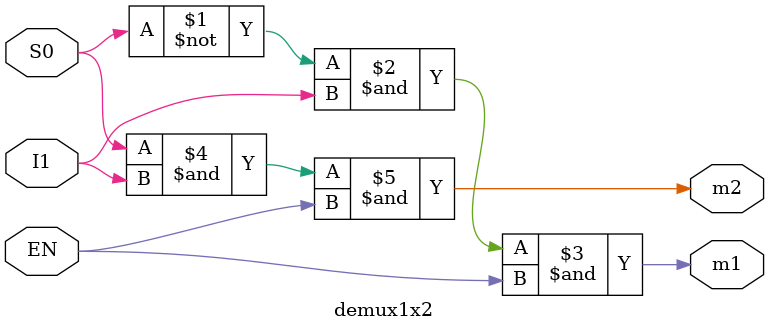
<source format=v>
`timescale 1ns / 1ps
module demux1x2(
    input EN,
    input I1,
    input S0,
    output m1,
    output m2
    );
	 
	 assign m1 = (~(S0)&I1)&EN;
	 assign m2 = (S0&I1)&EN;


endmodule

</source>
